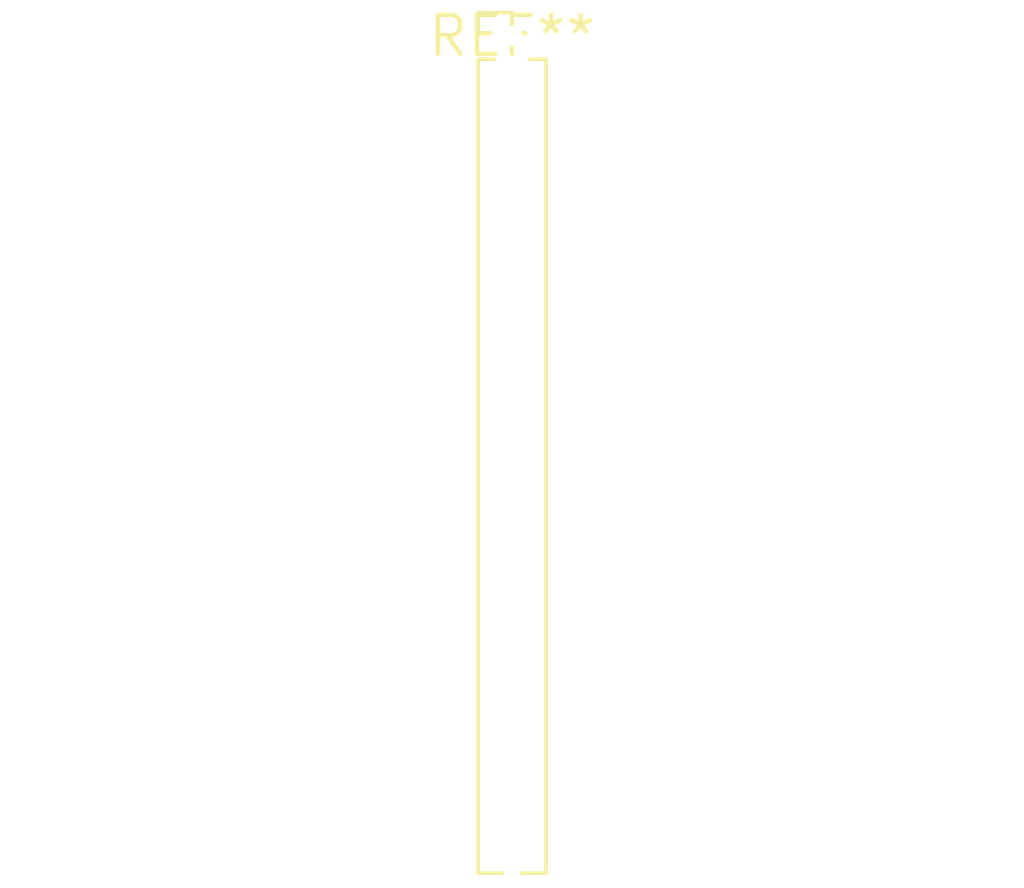
<source format=kicad_pcb>
(kicad_pcb (version 20240108) (generator pcbnew)
  (layers (0 "F.Cu" signal) (31 "B.Cu" signal) (34 "B.Paste" user) (35 "F.Paste" user) (36 "B.SilkS" user "B.Silkscreen") (37 "F.SilkS" user "F.Silkscreen") (38 "B.Mask" user) (39 "F.Mask" user) (44 "Edge.Cuts" user))
  (net 0 "")
  (footprint "PinHeader_1x22_P1.27mm_Vertical" (layer "F.Cu") (at 0 0)
    (property "Reference" "REF**")
    (property "Value" "PinHeader_1x22_P1.27mm_Vertical")
    (fp_line (start -1.11 -0.76) (end 0 -0.76) (layer "F.SilkS") (stroke (width 0.12)))
    (fp_line (start -1.11 0) (end -1.11 -0.76) (layer "F.SilkS") (stroke (width 0.12)))
    (fp_line (start -1.11 0.76) (end -1.11 27.365) (layer "F.SilkS") (stroke (width 0.12)))
    (fp_line (start -1.11 0.76) (end -0.563471 0.76) (layer "F.SilkS") (stroke (width 0.12)))
    (fp_line (start -1.11 27.365) (end -0.30753 27.365) (layer "F.SilkS") (stroke (width 0.12)))
    (fp_line (start 0.30753 27.365) (end 1.11 27.365) (layer "F.SilkS") (stroke (width 0.12)))
    (fp_line (start 0.563471 0.76) (end 1.11 0.76) (layer "F.SilkS") (stroke (width 0.12)))
    (fp_line (start 1.11 0.76) (end 1.11 27.365) (layer "F.SilkS") (stroke (width 0.12)))
    (pad "1" thru_hole rect (at 0 0) (size 1 1) (drill 0.65) (layers *.Cu *.Mask) (remove_unused_layers))
    (pad "2" thru_hole oval (at 0 1.27) (size 1 1) (drill 0.65) (layers *.Cu *.Mask) (remove_unused_layers))
    (pad "3" thru_hole oval (at 0 2.54) (size 1 1) (drill 0.65) (layers *.Cu *.Mask) (remove_unused_layers))
    (pad "4" thru_hole oval (at 0 3.81) (size 1 1) (drill 0.65) (layers *.Cu *.Mask) (remove_unused_layers))
    (pad "5" thru_hole oval (at 0 5.08) (size 1 1) (drill 0.65) (layers *.Cu *.Mask) (remove_unused_layers))
    (pad "6" thru_hole oval (at 0 6.35) (size 1 1) (drill 0.65) (layers *.Cu *.Mask) (remove_unused_layers))
    (pad "7" thru_hole oval (at 0 7.62) (size 1 1) (drill 0.65) (layers *.Cu *.Mask) (remove_unused_layers))
    (pad "8" thru_hole oval (at 0 8.89) (size 1 1) (drill 0.65) (layers *.Cu *.Mask) (remove_unused_layers))
    (pad "9" thru_hole oval (at 0 10.16) (size 1 1) (drill 0.65) (layers *.Cu *.Mask) (remove_unused_layers))
    (pad "10" thru_hole oval (at 0 11.43) (size 1 1) (drill 0.65) (layers *.Cu *.Mask) (remove_unused_layers))
    (pad "11" thru_hole oval (at 0 12.7) (size 1 1) (drill 0.65) (layers *.Cu *.Mask) (remove_unused_layers))
    (pad "12" thru_hole oval (at 0 13.97) (size 1 1) (drill 0.65) (layers *.Cu *.Mask) (remove_unused_layers))
    (pad "13" thru_hole oval (at 0 15.24) (size 1 1) (drill 0.65) (layers *.Cu *.Mask) (remove_unused_layers))
    (pad "14" thru_hole oval (at 0 16.51) (size 1 1) (drill 0.65) (layers *.Cu *.Mask) (remove_unused_layers))
    (pad "15" thru_hole oval (at 0 17.78) (size 1 1) (drill 0.65) (layers *.Cu *.Mask) (remove_unused_layers))
    (pad "16" thru_hole oval (at 0 19.05) (size 1 1) (drill 0.65) (layers *.Cu *.Mask) (remove_unused_layers))
    (pad "17" thru_hole oval (at 0 20.32) (size 1 1) (drill 0.65) (layers *.Cu *.Mask) (remove_unused_layers))
    (pad "18" thru_hole oval (at 0 21.59) (size 1 1) (drill 0.65) (layers *.Cu *.Mask) (remove_unused_layers))
    (pad "19" thru_hole oval (at 0 22.86) (size 1 1) (drill 0.65) (layers *.Cu *.Mask) (remove_unused_layers))
    (pad "20" thru_hole oval (at 0 24.13) (size 1 1) (drill 0.65) (layers *.Cu *.Mask) (remove_unused_layers))
    (pad "21" thru_hole oval (at 0 25.4) (size 1 1) (drill 0.65) (layers *.Cu *.Mask) (remove_unused_layers))
    (pad "22" thru_hole oval (at 0 26.67) (size 1 1) (drill 0.65) (layers *.Cu *.Mask) (remove_unused_layers))
  )
)
</source>
